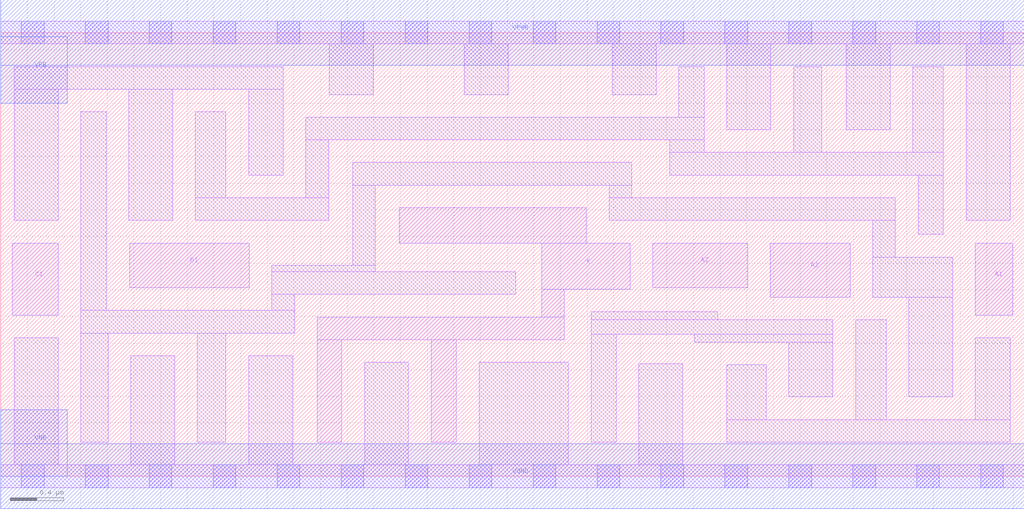
<source format=lef>
# Copyright 2020 The SkyWater PDK Authors
#
# Licensed under the Apache License, Version 2.0 (the "License");
# you may not use this file except in compliance with the License.
# You may obtain a copy of the License at
#
#     https://www.apache.org/licenses/LICENSE-2.0
#
# Unless required by applicable law or agreed to in writing, software
# distributed under the License is distributed on an "AS IS" BASIS,
# WITHOUT WARRANTIES OR CONDITIONS OF ANY KIND, either express or implied.
# See the License for the specific language governing permissions and
# limitations under the License.
#
# SPDX-License-Identifier: Apache-2.0

VERSION 5.5 ;
NAMESCASESENSITIVE ON ;
BUSBITCHARS "[]" ;
DIVIDERCHAR "/" ;
MACRO sky130_fd_sc_lp__a311o_4
  CLASS CORE ;
  SOURCE USER ;
  ORIGIN  0.000000  0.000000 ;
  SIZE  7.680000 BY  3.330000 ;
  SYMMETRY X Y R90 ;
  SITE unit ;
  PIN A1
    ANTENNAGATEAREA  0.630000 ;
    DIRECTION INPUT ;
    USE SIGNAL ;
    PORT
      LAYER li1 ;
        RECT 7.315000 1.210000 7.595000 1.750000 ;
    END
  END A1
  PIN A2
    ANTENNAGATEAREA  0.630000 ;
    DIRECTION INPUT ;
    USE SIGNAL ;
    PORT
      LAYER li1 ;
        RECT 5.775000 1.345000 6.375000 1.750000 ;
    END
  END A2
  PIN A3
    ANTENNAGATEAREA  0.630000 ;
    DIRECTION INPUT ;
    USE SIGNAL ;
    PORT
      LAYER li1 ;
        RECT 4.895000 1.415000 5.605000 1.750000 ;
    END
  END A3
  PIN B1
    ANTENNAGATEAREA  0.630000 ;
    DIRECTION INPUT ;
    USE SIGNAL ;
    PORT
      LAYER li1 ;
        RECT 0.970000 1.415000 1.865000 1.750000 ;
    END
  END B1
  PIN C1
    ANTENNAGATEAREA  0.630000 ;
    DIRECTION INPUT ;
    USE SIGNAL ;
    PORT
      LAYER li1 ;
        RECT 0.085000 1.210000 0.430000 1.750000 ;
    END
  END C1
  PIN X
    ANTENNADIFFAREA  1.430400 ;
    DIRECTION OUTPUT ;
    USE SIGNAL ;
    PORT
      LAYER li1 ;
        RECT 2.375000 0.255000 2.560000 1.025000 ;
        RECT 2.375000 1.025000 4.230000 1.195000 ;
        RECT 2.990000 1.750000 4.395000 2.015000 ;
        RECT 3.230000 0.255000 3.420000 1.025000 ;
        RECT 4.060000 1.195000 4.230000 1.405000 ;
        RECT 4.060000 1.405000 4.725000 1.750000 ;
    END
  END X
  PIN VGND
    DIRECTION INOUT ;
    USE GROUND ;
    PORT
      LAYER met1 ;
        RECT 0.000000 -0.245000 7.680000 0.245000 ;
    END
  END VGND
  PIN VNB
    DIRECTION INOUT ;
    USE GROUND ;
    PORT
    END
  END VNB
  PIN VPB
    DIRECTION INOUT ;
    USE POWER ;
    PORT
    END
  END VPB
  PIN VNB
    DIRECTION INOUT ;
    USE GROUND ;
    PORT
      LAYER met1 ;
        RECT 0.000000 0.000000 0.500000 0.500000 ;
    END
  END VNB
  PIN VPB
    DIRECTION INOUT ;
    USE POWER ;
    PORT
      LAYER met1 ;
        RECT 0.000000 2.800000 0.500000 3.300000 ;
    END
  END VPB
  PIN VPWR
    DIRECTION INOUT ;
    USE POWER ;
    PORT
      LAYER met1 ;
        RECT 0.000000 3.085000 7.680000 3.575000 ;
    END
  END VPWR
  OBS
    LAYER li1 ;
      RECT 0.000000 -0.085000 7.680000 0.085000 ;
      RECT 0.000000  3.245000 7.680000 3.415000 ;
      RECT 0.100000  0.085000 0.430000 1.040000 ;
      RECT 0.100000  1.920000 0.430000 2.905000 ;
      RECT 0.100000  2.905000 2.120000 3.075000 ;
      RECT 0.600000  0.255000 0.805000 1.075000 ;
      RECT 0.600000  1.075000 2.205000 1.245000 ;
      RECT 0.600000  1.245000 0.790000 2.735000 ;
      RECT 0.960000  1.920000 1.290000 2.905000 ;
      RECT 0.975000  0.085000 1.305000 0.905000 ;
      RECT 1.460000  1.920000 2.460000 2.090000 ;
      RECT 1.460000  2.090000 1.690000 2.735000 ;
      RECT 1.475000  0.255000 1.690000 1.075000 ;
      RECT 1.860000  0.085000 2.190000 0.905000 ;
      RECT 1.860000  2.260000 2.120000 2.905000 ;
      RECT 2.035000  1.245000 2.205000 1.365000 ;
      RECT 2.035000  1.365000 3.865000 1.535000 ;
      RECT 2.035000  1.535000 2.810000 1.585000 ;
      RECT 2.290000  2.090000 2.460000 2.525000 ;
      RECT 2.290000  2.525000 5.280000 2.695000 ;
      RECT 2.465000  2.865000 2.795000 3.245000 ;
      RECT 2.640000  1.585000 2.810000 2.185000 ;
      RECT 2.640000  2.185000 4.735000 2.355000 ;
      RECT 2.730000  0.085000 3.060000 0.855000 ;
      RECT 3.480000  2.865000 3.810000 3.245000 ;
      RECT 3.590000  0.085000 4.260000 0.855000 ;
      RECT 4.430000  0.255000 4.620000 1.065000 ;
      RECT 4.430000  1.065000 6.245000 1.175000 ;
      RECT 4.430000  1.175000 5.380000 1.235000 ;
      RECT 4.565000  1.920000 6.715000 2.090000 ;
      RECT 4.565000  2.090000 4.735000 2.185000 ;
      RECT 4.590000  2.865000 4.920000 3.245000 ;
      RECT 4.790000  0.085000 5.120000 0.845000 ;
      RECT 5.020000  2.260000 7.075000 2.430000 ;
      RECT 5.020000  2.430000 5.280000 2.525000 ;
      RECT 5.090000  2.695000 5.280000 3.075000 ;
      RECT 5.210000  1.005000 6.245000 1.065000 ;
      RECT 5.450000  0.255000 7.575000 0.425000 ;
      RECT 5.450000  0.425000 5.745000 0.835000 ;
      RECT 5.450000  2.600000 5.780000 3.245000 ;
      RECT 5.915000  0.595000 6.245000 1.005000 ;
      RECT 5.950000  2.430000 6.160000 3.075000 ;
      RECT 6.345000  2.600000 6.675000 3.245000 ;
      RECT 6.415000  0.425000 6.645000 1.175000 ;
      RECT 6.545000  1.345000 7.145000 1.645000 ;
      RECT 6.545000  1.645000 6.715000 1.920000 ;
      RECT 6.815000  0.595000 7.145000 1.345000 ;
      RECT 6.845000  2.430000 7.075000 3.075000 ;
      RECT 6.885000  1.815000 7.075000 2.260000 ;
      RECT 7.245000  1.920000 7.575000 3.245000 ;
      RECT 7.315000  0.425000 7.575000 1.040000 ;
    LAYER mcon ;
      RECT 0.155000 -0.085000 0.325000 0.085000 ;
      RECT 0.155000  3.245000 0.325000 3.415000 ;
      RECT 0.635000 -0.085000 0.805000 0.085000 ;
      RECT 0.635000  3.245000 0.805000 3.415000 ;
      RECT 1.115000 -0.085000 1.285000 0.085000 ;
      RECT 1.115000  3.245000 1.285000 3.415000 ;
      RECT 1.595000 -0.085000 1.765000 0.085000 ;
      RECT 1.595000  3.245000 1.765000 3.415000 ;
      RECT 2.075000 -0.085000 2.245000 0.085000 ;
      RECT 2.075000  3.245000 2.245000 3.415000 ;
      RECT 2.555000 -0.085000 2.725000 0.085000 ;
      RECT 2.555000  3.245000 2.725000 3.415000 ;
      RECT 3.035000 -0.085000 3.205000 0.085000 ;
      RECT 3.035000  3.245000 3.205000 3.415000 ;
      RECT 3.515000 -0.085000 3.685000 0.085000 ;
      RECT 3.515000  3.245000 3.685000 3.415000 ;
      RECT 3.995000 -0.085000 4.165000 0.085000 ;
      RECT 3.995000  3.245000 4.165000 3.415000 ;
      RECT 4.475000 -0.085000 4.645000 0.085000 ;
      RECT 4.475000  3.245000 4.645000 3.415000 ;
      RECT 4.955000 -0.085000 5.125000 0.085000 ;
      RECT 4.955000  3.245000 5.125000 3.415000 ;
      RECT 5.435000 -0.085000 5.605000 0.085000 ;
      RECT 5.435000  3.245000 5.605000 3.415000 ;
      RECT 5.915000 -0.085000 6.085000 0.085000 ;
      RECT 5.915000  3.245000 6.085000 3.415000 ;
      RECT 6.395000 -0.085000 6.565000 0.085000 ;
      RECT 6.395000  3.245000 6.565000 3.415000 ;
      RECT 6.875000 -0.085000 7.045000 0.085000 ;
      RECT 6.875000  3.245000 7.045000 3.415000 ;
      RECT 7.355000 -0.085000 7.525000 0.085000 ;
      RECT 7.355000  3.245000 7.525000 3.415000 ;
  END
END sky130_fd_sc_lp__a311o_4
END LIBRARY

</source>
